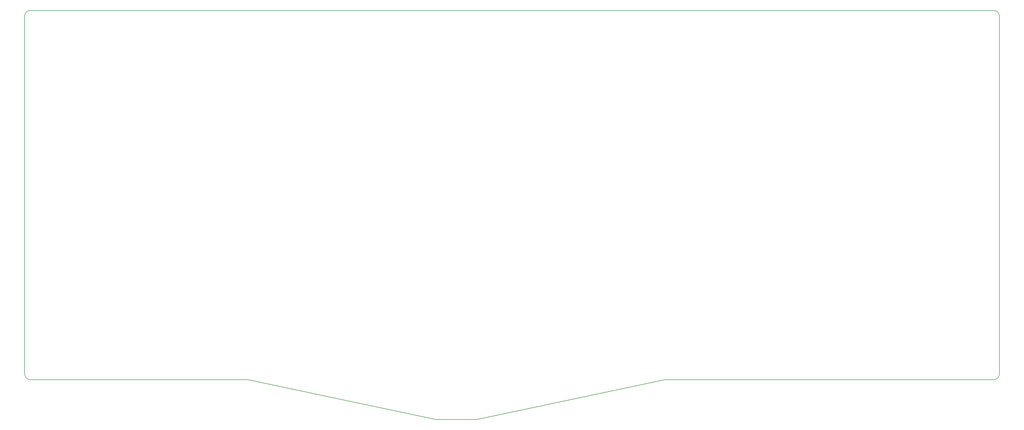
<source format=gm1>
G04 #@! TF.GenerationSoftware,KiCad,Pcbnew,(5.99.0-670-ga8d9fcb4e)*
G04 #@! TF.CreationDate,2020-04-27T16:46:55+02:00*
G04 #@! TF.ProjectId,adelheid,6164656c-6865-4696-942e-6b696361645f,1.0.1*
G04 #@! TF.SameCoordinates,Original*
G04 #@! TF.FileFunction,Profile,NP*
%FSLAX46Y46*%
G04 Gerber Fmt 4.6, Leading zero omitted, Abs format (unit mm)*
G04 Created by KiCad (PCBNEW (5.99.0-670-ga8d9fcb4e)) date 2020-04-27 16:46:55*
%MOMM*%
%LPD*%
G04 APERTURE LIST*
%ADD10C,0.150000*%
G04 APERTURE END LIST*
D10*
X25179255Y-26158864D02*
X25179255Y-150826367D01*
X362266704Y-152826367D02*
G75*
G03*
X364266704Y-150826367I0J2000000D01*
G01*
X362266704Y-24158864D02*
G75*
G02*
X364266704Y-26158864I0J-2000000D01*
G01*
X27179255Y-24158864D02*
G75*
G03*
X25179255Y-26158864I0J-2000000D01*
G01*
X27179255Y-152826367D02*
G75*
G02*
X25179255Y-150826367I0J2000000D01*
G01*
X182396755Y-166744096D02*
X247876755Y-152826367D01*
X168366755Y-166744096D02*
X182396755Y-166744096D01*
X102893455Y-152826367D02*
X168366755Y-166744096D01*
X247876755Y-152826367D02*
X362266704Y-152826367D01*
X27179255Y-152826367D02*
X102893455Y-152826367D01*
X27179255Y-24158864D02*
X362266704Y-24158864D01*
X364266704Y-26158864D02*
X364266704Y-150826367D01*
M02*

</source>
